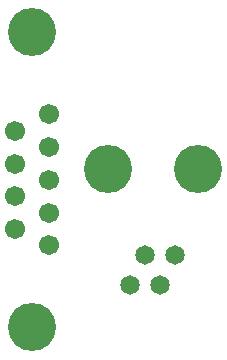
<source format=gtl>
%MOIN*%
%FSLAX25Y25*%
G04 D10 used for Character Trace; *
G04     Circle (OD=.01000) (No hole)*
G04 D11 used for Power Trace; *
G04     Circle (OD=.06500) (No hole)*
G04 D12 used for Signal Trace; *
G04     Circle (OD=.01100) (No hole)*
G04 D13 used for Via; *
G04     Circle (OD=.05800) (Round. Hole ID=.02800)*
G04 D14 used for Component hole; *
G04     Circle (OD=.06500) (Round. Hole ID=.03500)*
G04 D15 used for Component hole; *
G04     Circle (OD=.06700) (Round. Hole ID=.04300)*
G04 D16 used for Component hole; *
G04     Circle (OD=.08100) (Round. Hole ID=.05100)*
G04 D17 used for Component hole; *
G04     Circle (OD=.08900) (Round. Hole ID=.05900)*
G04 D18 used for Component hole; *
G04     Circle (OD=.11300) (Round. Hole ID=.08300)*
G04 D19 used for Component hole; *
G04     Circle (OD=.16000) (Round. Hole ID=.13000)*
G04 D20 used for Component hole; *
G04     Circle (OD=.18300) (Round. Hole ID=.15300)*
G04 D21 used for Component hole; *
G04     Circle (OD=.22291) (Round. Hole ID=.19291)*
%ADD10C,.01000*%
%ADD11C,.06500*%
%ADD12C,.01100*%
%ADD13C,.05800*%
%ADD14C,.06500*%
%ADD15C,.06700*%
%ADD16C,.08100*%
%ADD17C,.08900*%
%ADD18C,.11300*%
%ADD19C,.16000*%
%ADD20C,.18300*%
%ADD21C,.22291*%
%IPPOS*%
%LPD*%
G90*X0Y0D02*D19*X37400Y15800D03*D15*              
X43100Y43200D03*X31800Y48700D03*X43100Y54100D03*  
X31800Y59600D03*X43100Y65000D03*D19*              
X62500Y68500D03*D15*X31800Y70400D03*D14*          
X70000Y30000D03*D15*X43100Y75900D03*D14*          
X75000Y40000D03*D15*X31800Y81300D03*D14*          
X80000Y30000D03*D15*X43100Y86800D03*D14*          
X85000Y40000D03*D19*X92500Y68500D03*              
X37400Y114200D03*M02*                             

</source>
